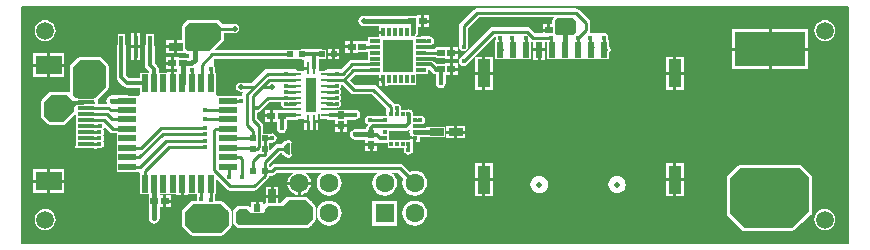
<source format=gtl>
G04*
G04 #@! TF.GenerationSoftware,Altium Limited,Altium Designer,20.0.1 (14)*
G04*
G04 Layer_Physical_Order=1*
G04 Layer_Color=255*
%FSLAX24Y24*%
%MOIN*%
G70*
G01*
G75*
%ADD15C,0.0060*%
%ADD16R,0.0187X0.0197*%
%ADD17R,0.0118X0.0177*%
%ADD18R,0.0177X0.0118*%
%ADD19R,0.0236X0.0591*%
%ADD20R,0.0591X0.0236*%
%ADD21R,0.0453X0.0256*%
%ADD22R,0.2362X0.1181*%
%ADD23R,0.0256X0.0244*%
%ADD24R,0.0433X0.0945*%
%ADD25R,0.0244X0.0551*%
%ADD26R,0.0244X0.0256*%
%ADD27R,0.0114X0.0394*%
%ADD28R,0.0394X0.0114*%
%ADD29R,0.0354X0.1142*%
%ADD30R,0.0157X0.0748*%
%ADD31R,0.0551X0.0118*%
%ADD32R,0.0866X0.0630*%
%ADD33R,0.0256X0.0453*%
%ADD34R,0.0335X0.0413*%
%ADD35R,0.0138X0.0315*%
%ADD36R,0.0335X0.0138*%
%ADD37R,0.1024X0.1063*%
%ADD67C,0.0197*%
%ADD68C,0.0079*%
%ADD69C,0.0200*%
%ADD70C,0.0100*%
%ADD71C,0.0080*%
%ADD72C,0.0120*%
%ADD73C,0.0150*%
%ADD74C,0.0630*%
%ADD75R,0.0630X0.0630*%
%ADD76C,0.0187*%
%ADD77C,0.0160*%
%ADD78C,0.0591*%
G36*
X27559Y0D02*
X0D01*
Y7873D01*
X27560Y7873D01*
X27559Y0D01*
D02*
G37*
%LPC*%
G36*
X13323Y7602D02*
X13165D01*
Y7572D01*
X13059D01*
X13027Y7578D01*
X11400D01*
X11332Y7565D01*
X11274Y7526D01*
X11235Y7468D01*
X11222Y7400D01*
X11235Y7332D01*
X11274Y7274D01*
X11332Y7235D01*
X11400Y7222D01*
X11909D01*
Y7087D01*
X12058D01*
Y6987D01*
X11909D01*
Y6861D01*
X11555D01*
Y6701D01*
X11524D01*
Y6722D01*
X11208D01*
Y6752D01*
X11050D01*
Y6550D01*
Y6348D01*
X11208D01*
Y6378D01*
X11524D01*
Y6395D01*
X11555D01*
Y6230D01*
Y6108D01*
X11005D01*
X10946Y6096D01*
X10897Y6063D01*
X10637Y5803D01*
X10495D01*
X10475Y5799D01*
X10189D01*
X10130Y5787D01*
X10080Y5754D01*
X10073Y5747D01*
X10073Y5746D01*
X9881D01*
X9899Y5773D01*
X9912Y5836D01*
Y6137D01*
X9998D01*
X10061Y6149D01*
X10064Y6152D01*
X10142D01*
Y6227D01*
X10149Y6238D01*
X10161Y6300D01*
X10149Y6362D01*
X10142Y6373D01*
Y6448D01*
X10064D01*
X10061Y6451D01*
X9998Y6463D01*
X9352D01*
X9289Y6451D01*
X9286Y6448D01*
X8971D01*
X8948Y6453D01*
X6447D01*
X6622Y6628D01*
X6722Y6728D01*
Y6728D01*
X6722D01*
X6729Y6739D01*
X6744Y6761D01*
X6752Y6800D01*
Y6800D01*
D01*
X6752Y6997D01*
X7100D01*
X7159Y7009D01*
X7208Y7042D01*
X7241Y7091D01*
X7253Y7150D01*
X7241Y7209D01*
X7208Y7258D01*
X7159Y7291D01*
X7100Y7303D01*
X6691D01*
X6572Y7422D01*
X6572Y7422D01*
X6552Y7435D01*
X6539Y7444D01*
X6500Y7452D01*
X6500D01*
D01*
X5600D01*
X5561Y7444D01*
X5528Y7422D01*
X5378Y7272D01*
X5356Y7239D01*
X5348Y7200D01*
Y6758D01*
X5185D01*
Y6550D01*
Y6342D01*
X5441D01*
Y6364D01*
X5478Y6328D01*
X5511Y6306D01*
X5550Y6298D01*
X5587D01*
Y6189D01*
X5568Y6171D01*
X5551D01*
Y6172D01*
X5235D01*
Y6202D01*
X5077D01*
Y6000D01*
Y5798D01*
X5187D01*
Y5699D01*
X5093D01*
Y5323D01*
X4993D01*
Y5699D01*
X4844D01*
Y5669D01*
X4563D01*
Y5800D01*
X4551Y5862D01*
X4515Y5915D01*
X4436Y5995D01*
Y6550D01*
X4423Y6612D01*
X4401Y6645D01*
Y6974D01*
X4144D01*
Y6645D01*
X4122Y6612D01*
X4109Y6550D01*
Y5928D01*
X4122Y5865D01*
X4157Y5812D01*
X4237Y5732D01*
Y5669D01*
X3930D01*
Y5513D01*
X3568D01*
X3491Y5590D01*
Y6550D01*
X3478Y6612D01*
X3456Y6645D01*
Y6974D01*
X3199D01*
Y6645D01*
X3177Y6612D01*
X3164Y6550D01*
Y5522D01*
X3177Y5460D01*
X3212Y5407D01*
X3385Y5235D01*
X3438Y5199D01*
X3500Y5187D01*
X3930D01*
Y4978D01*
X3872Y4920D01*
X3579D01*
X3527Y4931D01*
X3002D01*
X2934Y4917D01*
X2876Y4879D01*
X2876Y4879D01*
X2874Y4876D01*
X2835Y4818D01*
X2822Y4750D01*
X2835Y4682D01*
X2860Y4645D01*
X2551D01*
X2552Y4650D01*
X2552Y4700D01*
Y4700D01*
Y4700D01*
X2549Y4716D01*
X2544Y4739D01*
X2544Y4739D01*
Y4739D01*
X2533Y4756D01*
X2522Y4772D01*
X2522D01*
Y4772D01*
X2519Y4775D01*
X2520Y4776D01*
X2872Y5128D01*
X2894Y5161D01*
X2902Y5200D01*
X2902Y5900D01*
X2894Y5939D01*
X2872Y5972D01*
X2672Y6172D01*
X2639Y6194D01*
X2600Y6202D01*
X1950D01*
X1911Y6194D01*
X1878Y6172D01*
X1628Y5922D01*
X1606Y5889D01*
X1598Y5850D01*
Y4996D01*
X1572Y5022D01*
X1539Y5044D01*
X1500Y5052D01*
X1000D01*
X961Y5044D01*
X928Y5022D01*
X678Y4772D01*
X656Y4739D01*
X648Y4700D01*
Y4250D01*
X656Y4211D01*
X678Y4178D01*
X878Y3978D01*
X911Y3956D01*
X950Y3948D01*
X1400D01*
X1439Y3956D01*
X1472Y3978D01*
X1818Y4324D01*
Y4186D01*
Y3989D01*
Y3793D01*
Y3596D01*
Y3399D01*
Y3253D01*
X1788D01*
Y3164D01*
X2113D01*
X2143Y3158D01*
Y3114D01*
X2193D01*
Y2975D01*
X2499D01*
Y3158D01*
X2589D01*
X2648Y3170D01*
X2697Y3203D01*
X2730Y3252D01*
X2742Y3311D01*
X2730Y3370D01*
X2705Y3407D01*
X2733Y3449D01*
X2745Y3508D01*
X2733Y3566D01*
X2708Y3604D01*
X2737Y3646D01*
X2748Y3705D01*
X2737Y3763D01*
X2713Y3799D01*
X2741Y3841D01*
X2750Y3884D01*
X2934Y3699D01*
X2984Y3666D01*
X3043Y3655D01*
X3182D01*
Y3639D01*
Y3324D01*
Y3009D01*
Y2694D01*
Y2380D01*
X3872D01*
X3930Y2322D01*
Y1631D01*
X4241D01*
Y1407D01*
X4248Y1371D01*
Y1112D01*
Y823D01*
X4262Y755D01*
X4301Y697D01*
X4358Y658D01*
X4427Y645D01*
X4495Y658D01*
X4553Y697D01*
X4592Y755D01*
X4605Y823D01*
Y1112D01*
Y1198D01*
X4723D01*
Y1400D01*
Y1602D01*
X4598D01*
Y1631D01*
X5159D01*
Y1602D01*
X5307D01*
Y1977D01*
X5407D01*
Y1602D01*
X5556D01*
Y1631D01*
X5834D01*
Y1463D01*
X5846Y1404D01*
X5848Y1402D01*
X5700D01*
X5661Y1394D01*
X5628Y1372D01*
X5378Y1122D01*
X5356Y1089D01*
X5348Y1050D01*
Y600D01*
X5356Y561D01*
X5378Y528D01*
X5628Y278D01*
X5661Y256D01*
X5700Y248D01*
X6650D01*
X6689Y256D01*
X6722Y278D01*
X6972Y528D01*
X6994Y561D01*
X7002Y600D01*
Y1050D01*
X6994Y1089D01*
X6972Y1122D01*
X6722Y1372D01*
X6689Y1394D01*
X6650Y1402D01*
X6445D01*
X6455Y1452D01*
Y1631D01*
X6470D01*
Y2163D01*
X6842Y1792D01*
X6891Y1759D01*
X6901Y1757D01*
X6950Y1747D01*
X7750D01*
X7809Y1759D01*
X7858Y1792D01*
X8208Y2142D01*
X8241Y2191D01*
X8252Y2247D01*
X8350D01*
X8409Y2259D01*
X8458Y2292D01*
X8513Y2347D01*
X9056D01*
X9051Y2345D01*
X8968Y2282D01*
X8905Y2199D01*
X8865Y2103D01*
X8858Y2050D01*
X9642D01*
X9635Y2103D01*
X9595Y2199D01*
X9532Y2282D01*
X9449Y2345D01*
X9444Y2347D01*
X10021D01*
X9954Y2296D01*
X9888Y2209D01*
X9846Y2108D01*
X9831Y2000D01*
X9846Y1892D01*
X9888Y1791D01*
X9954Y1704D01*
X10041Y1638D01*
X10142Y1596D01*
X10250Y1581D01*
X10358Y1596D01*
X10459Y1638D01*
X10546Y1704D01*
X10612Y1791D01*
X10654Y1892D01*
X10669Y2000D01*
X10654Y2108D01*
X10612Y2209D01*
X10546Y2296D01*
X10479Y2347D01*
X11871D01*
X11804Y2296D01*
X11738Y2209D01*
X11696Y2108D01*
X11681Y2000D01*
X11696Y1892D01*
X11738Y1791D01*
X11804Y1704D01*
X11891Y1638D01*
X11992Y1596D01*
X12100Y1581D01*
X12208Y1596D01*
X12309Y1638D01*
X12396Y1704D01*
X12462Y1791D01*
X12504Y1892D01*
X12519Y2000D01*
X12504Y2108D01*
X12462Y2209D01*
X12396Y2296D01*
X12329Y2347D01*
X12537D01*
X12719Y2165D01*
X12696Y2108D01*
X12681Y2000D01*
X12696Y1892D01*
X12738Y1791D01*
X12804Y1704D01*
X12891Y1638D01*
X12992Y1596D01*
X13100Y1581D01*
X13208Y1596D01*
X13309Y1638D01*
X13396Y1704D01*
X13462Y1791D01*
X13504Y1892D01*
X13519Y2000D01*
X13504Y2108D01*
X13462Y2209D01*
X13396Y2296D01*
X13309Y2362D01*
X13208Y2404D01*
X13100Y2419D01*
X12992Y2404D01*
X12935Y2381D01*
X12708Y2608D01*
X12659Y2641D01*
X12600Y2653D01*
X8450D01*
X8391Y2641D01*
X8342Y2608D01*
X8287Y2553D01*
X8255D01*
Y2638D01*
X8613Y2997D01*
X8678D01*
X8678Y2996D01*
X8692Y2977D01*
X8693Y2976D01*
X8726Y2926D01*
X8775Y2893D01*
X8779Y2892D01*
X8790Y2884D01*
X8816Y2873D01*
X8823Y2869D01*
X8830Y2867D01*
X8837Y2862D01*
X8846Y2860D01*
X8848Y2860D01*
X8865Y2853D01*
X8868Y2852D01*
X8868Y2854D01*
X8869Y2854D01*
X8871Y2854D01*
X8901Y2848D01*
X8908Y2849D01*
X8909Y2849D01*
X8912Y2850D01*
X8952Y2858D01*
X8995Y2887D01*
X9023Y2930D01*
X9028Y2955D01*
X9023Y2953D01*
X9003Y2960D01*
X8991Y2981D01*
Y3320D01*
X9021Y3349D01*
X9028Y3347D01*
X9023Y3370D01*
X8995Y3413D01*
X8952Y3442D01*
X8901Y3452D01*
X8868Y3446D01*
X8868Y3448D01*
X8865Y3447D01*
X8790Y3416D01*
X8727Y3368D01*
X8678Y3304D01*
X8678Y3303D01*
X8550D01*
X8491Y3291D01*
X8442Y3258D01*
X8255Y3071D01*
Y3150D01*
Y3347D01*
X8342D01*
X8401Y3359D01*
X8450Y3392D01*
X8454Y3396D01*
X8487Y3445D01*
X8499Y3504D01*
X8487Y3562D01*
X8454Y3612D01*
X8405Y3645D01*
X8346Y3657D01*
X8327Y3653D01*
X8102D01*
X8079Y3648D01*
X8053D01*
Y3900D01*
X8041Y3959D01*
X8008Y4008D01*
X7853Y4163D01*
Y4348D01*
X7909Y4359D01*
X7958Y4392D01*
X8263Y4697D01*
X8656D01*
X8647Y4650D01*
X8659Y4591D01*
X8692Y4542D01*
X8741Y4509D01*
X8800Y4497D01*
X8812Y4499D01*
X8842D01*
Y4424D01*
X8767D01*
X8762Y4427D01*
X8700Y4440D01*
X8638Y4427D01*
X8629Y4422D01*
X8535D01*
Y4452D01*
X8377D01*
Y4250D01*
Y4048D01*
X8510D01*
Y3823D01*
X8523Y3761D01*
X8558Y3708D01*
X8611Y3673D01*
X8673Y3660D01*
X8736Y3673D01*
X8789Y3708D01*
X8824Y3761D01*
X8836Y3823D01*
Y4078D01*
X8851D01*
Y4098D01*
X9118D01*
X9181Y4110D01*
X9234Y4146D01*
X9239Y4154D01*
X9365D01*
Y4321D01*
X9414D01*
Y4114D01*
X9552D01*
Y4064D01*
X9602D01*
Y3787D01*
X9698D01*
Y4064D01*
X9748D01*
Y4114D01*
X9886D01*
Y4321D01*
X9935D01*
Y4154D01*
X10168D01*
X10172Y4148D01*
X10225Y4113D01*
X10288Y4100D01*
X10448D01*
Y3977D01*
X10650D01*
X10852D01*
Y4110D01*
X11123D01*
X11186Y4123D01*
X11239Y4158D01*
X11274Y4211D01*
X11286Y4273D01*
X11274Y4336D01*
X11239Y4389D01*
X11186Y4424D01*
X11123Y4436D01*
X10822D01*
Y4451D01*
X10478D01*
Y4426D01*
X10458D01*
Y4499D01*
X10488D01*
X10500Y4497D01*
X10559Y4509D01*
X10608Y4542D01*
X10641Y4591D01*
X10653Y4650D01*
X10641Y4709D01*
X10614Y4750D01*
X10641Y4791D01*
X10653Y4850D01*
X10641Y4909D01*
X10614Y4950D01*
X10641Y4991D01*
X10653Y5050D01*
X10641Y5109D01*
X10614Y5150D01*
X10641Y5191D01*
X10653Y5250D01*
X10645Y5289D01*
X10679D01*
X10955Y5013D01*
X11005Y4980D01*
X11063Y4968D01*
X11666D01*
X12152Y4482D01*
Y4302D01*
X12163Y4243D01*
X12177Y4223D01*
X12157Y4237D01*
X12098Y4248D01*
X11624D01*
X11600Y4253D01*
X11541Y4241D01*
X11492Y4208D01*
X11459Y4159D01*
X11447Y4100D01*
X11459Y4041D01*
X11492Y3992D01*
X11497Y3987D01*
X11545Y3955D01*
X11535Y3945D01*
X11499Y3892D01*
X11487Y3830D01*
Y3802D01*
X11127D01*
X11058Y3788D01*
X11001Y3749D01*
X10962Y3692D01*
X10948Y3623D01*
X10962Y3555D01*
X11001Y3497D01*
X11058Y3458D01*
X11127Y3445D01*
X11448D01*
Y3327D01*
X11650D01*
X11852D01*
Y3373D01*
X11888Y3349D01*
X11950Y3337D01*
X12049D01*
X12068Y3341D01*
X12097D01*
X12160Y3353D01*
X12196Y3377D01*
Y3159D01*
X12742D01*
Y3105D01*
X12754Y3046D01*
X12787Y2997D01*
X12837Y2963D01*
X12895Y2952D01*
X12954Y2963D01*
X13003Y2997D01*
X13037Y3046D01*
X13048Y3105D01*
Y3298D01*
X13037Y3357D01*
X13030Y3366D01*
X13052D01*
Y3455D01*
X12933D01*
Y3443D01*
X12895Y3451D01*
X12837Y3439D01*
X12833Y3437D01*
X12245D01*
X12249Y3442D01*
X12261Y3505D01*
X12249Y3567D01*
X12237Y3585D01*
Y3593D01*
Y3735D01*
X12798D01*
X12861Y3748D01*
X12914Y3783D01*
X12933Y3803D01*
Y3759D01*
X12936D01*
X12924Y3701D01*
X12936Y3644D01*
X12933D01*
Y3555D01*
X13006D01*
X13034Y3536D01*
X13102Y3523D01*
Y3505D01*
X13152D01*
Y3366D01*
X13271D01*
Y3522D01*
X13559D01*
Y3522D01*
X14111D01*
Y3878D01*
X13841D01*
X13834Y3879D01*
X13271D01*
Y3942D01*
X13295D01*
X13354Y3954D01*
X13403Y3987D01*
X13437Y4037D01*
X13448Y4095D01*
X13437Y4154D01*
X13403Y4203D01*
X13354Y4237D01*
X13295Y4248D01*
X13102D01*
X13059Y4240D01*
Y4301D01*
X13047Y4363D01*
X13012Y4416D01*
X13011Y4417D01*
X13004Y4422D01*
Y4441D01*
X12976D01*
X12958Y4453D01*
X12895Y4465D01*
X12833Y4453D01*
X12815Y4441D01*
X12655D01*
Y4498D01*
X12643Y4557D01*
X12610Y4607D01*
X12560Y4640D01*
X12502Y4651D01*
X12443Y4640D01*
X12429Y4630D01*
X12413Y4653D01*
X11837Y5229D01*
X11787Y5262D01*
X11729Y5274D01*
X11127D01*
X10958Y5442D01*
X11121Y5605D01*
X11772D01*
X11831Y5617D01*
X11864Y5639D01*
X11909D01*
Y5513D01*
X12058D01*
Y5463D01*
X12108D01*
Y5225D01*
X12207D01*
Y5255D01*
X13161D01*
Y5639D01*
X13545D01*
Y5792D01*
X13578D01*
X13635Y5735D01*
X13635Y5732D01*
X13674Y5674D01*
X13732Y5635D01*
X13800Y5622D01*
X13814D01*
Y5327D01*
X13826Y5264D01*
X13861Y5211D01*
X13914Y5176D01*
X13977Y5164D01*
X14039Y5176D01*
X14092Y5211D01*
X14127Y5264D01*
X14140Y5327D01*
Y5598D01*
X14273D01*
Y5800D01*
Y6002D01*
X14115D01*
Y5972D01*
X14009D01*
X13977Y5978D01*
X13852D01*
X13761Y6070D01*
X13708Y6105D01*
X13645Y6118D01*
X13575D01*
Y6196D01*
X13799D01*
Y6178D01*
X14115D01*
Y6148D01*
X14273D01*
Y6350D01*
Y6552D01*
X14115D01*
Y6522D01*
X13799D01*
Y6502D01*
X13575D01*
Y6589D01*
X13592D01*
X13651Y6601D01*
X13700Y6634D01*
X13733Y6684D01*
X13745Y6742D01*
X13733Y6801D01*
X13700Y6850D01*
X13651Y6883D01*
X13592Y6895D01*
X13328D01*
X13269Y6883D01*
X13236Y6861D01*
X13161D01*
Y6906D01*
X13168Y6911D01*
X13207Y6969D01*
X13221Y7037D01*
Y7198D01*
X13323D01*
Y7400D01*
Y7602D01*
D02*
G37*
G36*
X13581D02*
X13423D01*
Y7450D01*
X13581D01*
Y7602D01*
D02*
G37*
G36*
Y7350D02*
X13423D01*
Y7198D01*
X13581D01*
Y7350D01*
D02*
G37*
G36*
X17527Y7302D02*
X17369D01*
Y7150D01*
X17527D01*
Y7302D01*
D02*
G37*
G36*
X18470Y7833D02*
X15180D01*
X15121Y7821D01*
X15072Y7788D01*
X14622Y7338D01*
X14589Y7289D01*
X14577Y7230D01*
Y6550D01*
X14589Y6491D01*
X14622Y6442D01*
X14671Y6409D01*
X14730Y6397D01*
X14789Y6409D01*
X14838Y6442D01*
X14871Y6491D01*
X14883Y6550D01*
Y7167D01*
X15243Y7527D01*
X17753D01*
X17705Y7479D01*
Y7479D01*
X17705D01*
X17697Y7468D01*
X17683Y7446D01*
X17675Y7407D01*
D01*
Y7407D01*
X17675Y7302D01*
X17627D01*
Y7100D01*
X17577D01*
Y7050D01*
X17369D01*
Y7003D01*
X17113D01*
X16958Y7158D01*
X16909Y7191D01*
X16850Y7203D01*
X15720D01*
X15671Y7193D01*
X15661Y7191D01*
X15612Y7158D01*
X14622Y6168D01*
X14589Y6119D01*
X14577Y6060D01*
X14589Y6001D01*
X14622Y5952D01*
X14671Y5919D01*
X14730Y5907D01*
X14789Y5919D01*
X14838Y5952D01*
X15783Y6897D01*
X15796D01*
Y6776D01*
X15780D01*
Y6124D01*
X16990D01*
Y6710D01*
X16991Y6709D01*
X17049Y6697D01*
Y6500D01*
X17251D01*
X17453D01*
Y6697D01*
X17501D01*
Y6480D01*
X17510Y6434D01*
Y6126D01*
X17512Y6124D01*
X19588D01*
Y6340D01*
X19590Y6342D01*
X19624Y6391D01*
X19635Y6450D01*
X19624Y6509D01*
X19590Y6558D01*
X19588Y6560D01*
Y6776D01*
X19553D01*
Y6850D01*
X19551Y6861D01*
Y6912D01*
X19539D01*
X19508Y6958D01*
X19459Y6991D01*
X19413Y7000D01*
X19400Y7013D01*
X19394Y7007D01*
X18918D01*
X18941Y7041D01*
X18943Y7051D01*
X18953Y7100D01*
Y7350D01*
X18943Y7399D01*
X18941Y7409D01*
X18908Y7458D01*
X18578Y7788D01*
X18529Y7821D01*
X18470Y7833D01*
D02*
G37*
G36*
X26772Y7435D02*
X26682Y7423D01*
X26598Y7388D01*
X26525Y7333D01*
X26470Y7261D01*
X26435Y7177D01*
X26423Y7087D01*
X26435Y6996D01*
X26470Y6912D01*
X26525Y6840D01*
X26598Y6785D01*
X26682Y6750D01*
X26772Y6738D01*
X26862Y6750D01*
X26946Y6785D01*
X27018Y6840D01*
X27073Y6912D01*
X27108Y6996D01*
X27120Y7087D01*
X27108Y7177D01*
X27073Y7261D01*
X27018Y7333D01*
X26946Y7388D01*
X26862Y7423D01*
X26772Y7435D01*
D02*
G37*
G36*
X787D02*
X697Y7423D01*
X613Y7388D01*
X541Y7333D01*
X486Y7261D01*
X451Y7177D01*
X439Y7087D01*
X451Y6996D01*
X486Y6912D01*
X541Y6840D01*
X613Y6785D01*
X697Y6750D01*
X787Y6738D01*
X878Y6750D01*
X962Y6785D01*
X1034Y6840D01*
X1089Y6912D01*
X1124Y6996D01*
X1136Y7087D01*
X1124Y7177D01*
X1089Y7261D01*
X1034Y7333D01*
X962Y7388D01*
X878Y7423D01*
X787Y7435D01*
D02*
G37*
G36*
X3959Y7004D02*
X3850D01*
Y6600D01*
X3959D01*
Y7004D01*
D02*
G37*
G36*
X10950Y6752D02*
X10792D01*
Y6600D01*
X10950D01*
Y6752D01*
D02*
G37*
G36*
X3750Y7004D02*
X3641D01*
Y6600D01*
X3750D01*
Y7004D01*
D02*
G37*
G36*
X5085Y6758D02*
X4829D01*
Y6600D01*
X5085D01*
Y6758D01*
D02*
G37*
G36*
X26211Y7133D02*
X25000D01*
Y6512D01*
X26211D01*
Y7133D01*
D02*
G37*
G36*
X24900D02*
X23689D01*
Y6512D01*
X24900D01*
Y7133D01*
D02*
G37*
G36*
X14531Y6552D02*
X14373D01*
Y6400D01*
X14531D01*
Y6552D01*
D02*
G37*
G36*
X10575Y6478D02*
X10452D01*
Y6350D01*
X10575D01*
Y6478D01*
D02*
G37*
G36*
X10352D02*
X10228D01*
Y6350D01*
X10352D01*
Y6478D01*
D02*
G37*
G36*
X10950Y6500D02*
X10792D01*
Y6348D01*
X10950D01*
Y6500D01*
D02*
G37*
G36*
X5085D02*
X4829D01*
Y6342D01*
X5085D01*
Y6500D01*
D02*
G37*
G36*
X14531Y6300D02*
X14373D01*
Y6148D01*
X14531D01*
Y6300D01*
D02*
G37*
G36*
X10575Y6250D02*
X10452D01*
Y6122D01*
X10575D01*
Y6250D01*
D02*
G37*
G36*
X10352D02*
X10228D01*
Y6122D01*
X10352D01*
Y6250D01*
D02*
G37*
G36*
X3959Y6500D02*
X3850D01*
Y6096D01*
X3959D01*
Y6500D01*
D02*
G37*
G36*
X3750D02*
X3641D01*
Y6096D01*
X3750D01*
Y6500D01*
D02*
G37*
G36*
X17453Y6400D02*
X17301D01*
Y6094D01*
X17453D01*
Y6400D01*
D02*
G37*
G36*
X17201D02*
X17049D01*
Y6094D01*
X17201D01*
Y6400D01*
D02*
G37*
G36*
X4977Y6202D02*
X4819D01*
Y6050D01*
X4977D01*
Y6202D01*
D02*
G37*
G36*
X1416Y6324D02*
X953D01*
Y5979D01*
X1416D01*
Y6324D01*
D02*
G37*
G36*
X853D02*
X390D01*
Y5979D01*
X853D01*
Y6324D01*
D02*
G37*
G36*
X14531Y6002D02*
X14373D01*
Y5850D01*
X14531D01*
Y6002D01*
D02*
G37*
G36*
X4977Y5950D02*
X4819D01*
Y5798D01*
X4977D01*
Y5950D01*
D02*
G37*
G36*
X26211Y6412D02*
X25000D01*
Y5792D01*
X26211D01*
Y6412D01*
D02*
G37*
G36*
X24900D02*
X23689D01*
Y5792D01*
X24900D01*
Y6412D01*
D02*
G37*
G36*
X22063Y6215D02*
X21817D01*
Y5713D01*
X22063D01*
Y6215D01*
D02*
G37*
G36*
X15705D02*
X15458D01*
Y5713D01*
X15705D01*
Y6215D01*
D02*
G37*
G36*
X21717D02*
X21470D01*
Y5713D01*
X21717D01*
Y6215D01*
D02*
G37*
G36*
X15358D02*
X15112D01*
Y5713D01*
X15358D01*
Y6215D01*
D02*
G37*
G36*
X14531Y5750D02*
X14373D01*
Y5598D01*
X14531D01*
Y5750D01*
D02*
G37*
G36*
X1416Y5879D02*
X953D01*
Y5534D01*
X1416D01*
Y5879D01*
D02*
G37*
G36*
X853D02*
X390D01*
Y5534D01*
X853D01*
Y5879D01*
D02*
G37*
G36*
X12008Y5413D02*
X11909D01*
Y5225D01*
X12008D01*
Y5413D01*
D02*
G37*
G36*
X22063Y5613D02*
X21817D01*
Y5110D01*
X22063D01*
Y5613D01*
D02*
G37*
G36*
X21717D02*
X21470D01*
Y5110D01*
X21717D01*
Y5613D01*
D02*
G37*
G36*
X15705D02*
X15458D01*
Y5110D01*
X15705D01*
Y5613D01*
D02*
G37*
G36*
X15358D02*
X15112D01*
Y5110D01*
X15358D01*
Y5613D01*
D02*
G37*
G36*
X8277Y4452D02*
X8119D01*
Y4300D01*
X8277D01*
Y4452D01*
D02*
G37*
G36*
Y4200D02*
X8119D01*
Y4048D01*
X8277D01*
Y4200D01*
D02*
G37*
G36*
X9886Y4014D02*
X9798D01*
Y3787D01*
X9886D01*
Y4014D01*
D02*
G37*
G36*
X9502Y4014D02*
X9414D01*
Y3787D01*
X9502D01*
Y4014D01*
D02*
G37*
G36*
X14771Y3908D02*
X14515D01*
Y3750D01*
X14771D01*
Y3908D01*
D02*
G37*
G36*
X14415D02*
X14159D01*
Y3750D01*
X14415D01*
Y3908D01*
D02*
G37*
G36*
X10852Y3877D02*
X10700D01*
Y3719D01*
X10852D01*
Y3877D01*
D02*
G37*
G36*
X10600D02*
X10448D01*
Y3719D01*
X10600D01*
Y3877D01*
D02*
G37*
G36*
X14771Y3650D02*
X14515D01*
Y3492D01*
X14771D01*
Y3650D01*
D02*
G37*
G36*
X14415D02*
X14159D01*
Y3492D01*
X14415D01*
Y3650D01*
D02*
G37*
G36*
X9154Y3247D02*
X9166Y3226D01*
X9174Y3200D01*
X9194D01*
X9170Y3236D01*
X9154Y3247D01*
D02*
G37*
G36*
X11852Y3227D02*
X11700D01*
Y3069D01*
X11852D01*
Y3227D01*
D02*
G37*
G36*
X11600D02*
X11448D01*
Y3069D01*
X11600D01*
Y3227D01*
D02*
G37*
G36*
X9194Y3100D02*
X9174D01*
X9165Y3074D01*
X9151Y3051D01*
X9170Y3064D01*
X9194Y3100D01*
D02*
G37*
G36*
X2093Y3064D02*
X1788D01*
Y2975D01*
X2093D01*
Y3064D01*
D02*
G37*
G36*
X22063Y2672D02*
X21817D01*
Y2169D01*
X22063D01*
Y2672D01*
D02*
G37*
G36*
X15705D02*
X15458D01*
Y2169D01*
X15705D01*
Y2672D01*
D02*
G37*
G36*
X21717D02*
X21470D01*
Y2169D01*
X21717D01*
Y2672D01*
D02*
G37*
G36*
X15358D02*
X15112D01*
Y2169D01*
X15358D01*
Y2672D01*
D02*
G37*
G36*
X1416Y2466D02*
X953D01*
Y2121D01*
X1416D01*
Y2466D01*
D02*
G37*
G36*
X853D02*
X390D01*
Y2121D01*
X853D01*
Y2466D01*
D02*
G37*
G36*
X1416Y2021D02*
X953D01*
Y1676D01*
X1416D01*
Y2021D01*
D02*
G37*
G36*
X853D02*
X390D01*
Y1676D01*
X853D01*
Y2021D01*
D02*
G37*
G36*
X19849Y2243D02*
X19774Y2234D01*
X19704Y2205D01*
X19645Y2159D01*
X19599Y2099D01*
X19570Y2029D01*
X19560Y1954D01*
X19570Y1879D01*
X19599Y1809D01*
X19645Y1749D01*
X19704Y1703D01*
X19774Y1674D01*
X19849Y1664D01*
X19924Y1674D01*
X19994Y1703D01*
X20054Y1749D01*
X20100Y1809D01*
X20129Y1879D01*
X20139Y1954D01*
X20129Y2029D01*
X20100Y2099D01*
X20054Y2159D01*
X19994Y2205D01*
X19924Y2234D01*
X19849Y2243D01*
D02*
G37*
G36*
X17251D02*
X17176Y2234D01*
X17106Y2205D01*
X17046Y2159D01*
X17000Y2099D01*
X16971Y2029D01*
X16961Y1954D01*
X16971Y1879D01*
X17000Y1809D01*
X17046Y1749D01*
X17106Y1703D01*
X17176Y1674D01*
X17251Y1664D01*
X17326Y1674D01*
X17396Y1703D01*
X17455Y1749D01*
X17501Y1809D01*
X17530Y1879D01*
X17540Y1954D01*
X17530Y2029D01*
X17501Y2099D01*
X17455Y2159D01*
X17396Y2205D01*
X17326Y2234D01*
X17251Y2243D01*
D02*
G37*
G36*
X8558Y1871D02*
X8400D01*
Y1615D01*
X8558D01*
Y1871D01*
D02*
G37*
G36*
X8300D02*
X8142D01*
Y1615D01*
X8300D01*
Y1871D01*
D02*
G37*
G36*
X9642Y1950D02*
X9300D01*
Y1608D01*
X9353Y1615D01*
X9449Y1655D01*
X9532Y1718D01*
X9595Y1801D01*
X9635Y1897D01*
X9642Y1950D01*
D02*
G37*
G36*
X9200D02*
X8858D01*
X8865Y1897D01*
X8905Y1801D01*
X8968Y1718D01*
X9051Y1655D01*
X9147Y1615D01*
X9200Y1608D01*
Y1950D01*
D02*
G37*
G36*
X22063Y2069D02*
X21817D01*
Y1567D01*
X22063D01*
Y2069D01*
D02*
G37*
G36*
X21717D02*
X21470D01*
Y1567D01*
X21717D01*
Y2069D01*
D02*
G37*
G36*
X15705D02*
X15458D01*
Y1567D01*
X15705D01*
Y2069D01*
D02*
G37*
G36*
X15358D02*
X15112D01*
Y1567D01*
X15358D01*
Y2069D01*
D02*
G37*
G36*
X4981Y1602D02*
X4823D01*
Y1450D01*
X4981D01*
Y1602D01*
D02*
G37*
G36*
X8350Y1565D02*
D01*
Y1515D01*
X8142D01*
Y1332D01*
X8128Y1322D01*
X8052Y1246D01*
Y1381D01*
X7900D01*
Y1173D01*
X7800D01*
Y1381D01*
X7648D01*
Y1146D01*
X7572Y1222D01*
X7539Y1244D01*
X7500Y1252D01*
X7250D01*
X7211Y1244D01*
X7178Y1222D01*
X7078Y1122D01*
X7056Y1089D01*
X7048Y1050D01*
Y700D01*
X7056Y661D01*
X7078Y628D01*
X7178Y528D01*
X7211Y506D01*
X7250Y498D01*
X9500D01*
X9539Y506D01*
X9572Y528D01*
X9629Y585D01*
X9665D01*
Y621D01*
X9772Y728D01*
X9794Y761D01*
X9802Y800D01*
Y1200D01*
X9794Y1239D01*
X9772Y1272D01*
X9665Y1379D01*
Y1415D01*
X9629D01*
X9522Y1522D01*
X9489Y1544D01*
X9450Y1552D01*
X8900D01*
X8861Y1544D01*
X8828Y1522D01*
X8658Y1352D01*
X8558D01*
Y1515D01*
X8350D01*
Y1565D01*
D02*
G37*
G36*
X4981Y1350D02*
X4823D01*
Y1198D01*
X4981D01*
Y1350D01*
D02*
G37*
G36*
X12515Y1415D02*
X11685D01*
Y585D01*
X12515D01*
Y1415D01*
D02*
G37*
G36*
X13100Y1419D02*
X12992Y1404D01*
X12891Y1362D01*
X12804Y1296D01*
X12738Y1209D01*
X12696Y1108D01*
X12681Y1000D01*
X12696Y892D01*
X12738Y791D01*
X12804Y704D01*
X12891Y638D01*
X12992Y596D01*
X13100Y581D01*
X13208Y596D01*
X13309Y638D01*
X13396Y704D01*
X13462Y791D01*
X13504Y892D01*
X13519Y1000D01*
X13504Y1108D01*
X13462Y1209D01*
X13396Y1296D01*
X13309Y1362D01*
X13208Y1404D01*
X13100Y1419D01*
D02*
G37*
G36*
X10250D02*
X10142Y1404D01*
X10041Y1362D01*
X9954Y1296D01*
X9888Y1209D01*
X9846Y1108D01*
X9831Y1000D01*
X9846Y892D01*
X9888Y791D01*
X9954Y704D01*
X10041Y638D01*
X10142Y596D01*
X10250Y581D01*
X10358Y596D01*
X10459Y638D01*
X10546Y704D01*
X10612Y791D01*
X10654Y892D01*
X10669Y1000D01*
X10654Y1108D01*
X10612Y1209D01*
X10546Y1296D01*
X10459Y1362D01*
X10358Y1404D01*
X10250Y1419D01*
D02*
G37*
G36*
X26772Y1136D02*
X26682Y1124D01*
X26598Y1089D01*
X26525Y1034D01*
X26470Y962D01*
X26435Y878D01*
X26423Y787D01*
X26435Y697D01*
X26470Y613D01*
X26525Y541D01*
X26598Y486D01*
X26682Y451D01*
X26772Y439D01*
X26862Y451D01*
X26946Y486D01*
X27018Y541D01*
X27073Y613D01*
X27108Y697D01*
X27120Y787D01*
X27108Y878D01*
X27073Y962D01*
X27018Y1034D01*
X26946Y1089D01*
X26862Y1124D01*
X26772Y1136D01*
D02*
G37*
G36*
X787D02*
X697Y1124D01*
X613Y1089D01*
X541Y1034D01*
X486Y962D01*
X451Y878D01*
X439Y787D01*
X451Y697D01*
X486Y613D01*
X541Y541D01*
X613Y486D01*
X697Y451D01*
X787Y439D01*
X878Y451D01*
X962Y486D01*
X1034Y541D01*
X1089Y613D01*
X1124Y697D01*
X1136Y787D01*
X1124Y878D01*
X1089Y962D01*
X1034Y1034D01*
X962Y1089D01*
X878Y1124D01*
X787Y1136D01*
D02*
G37*
G36*
X23950Y2602D02*
X23911Y2594D01*
X23878Y2572D01*
X23528Y2222D01*
X23506Y2189D01*
X23498Y2150D01*
X23498Y1016D01*
X23506Y977D01*
X23528Y944D01*
X24028Y444D01*
X24061Y421D01*
X24100Y414D01*
X25671Y414D01*
X25688Y417D01*
X25704Y419D01*
X25707Y421D01*
X25710Y421D01*
X25724Y431D01*
X25739Y439D01*
X26317Y945D01*
X26319Y948D01*
X26322Y950D01*
X26331Y964D01*
X26341Y977D01*
X26342Y980D01*
X26344Y983D01*
X26347Y999D01*
X26352Y1015D01*
X26351Y1019D01*
X26352Y1022D01*
X26352Y2200D01*
Y2200D01*
Y2200D01*
X26344Y2239D01*
X26326Y2266D01*
X26322Y2272D01*
X26322D01*
Y2272D01*
X26022Y2572D01*
X26006Y2583D01*
X25989Y2594D01*
X25989D01*
X25989Y2594D01*
X25966Y2599D01*
X25950Y2602D01*
X23950Y2602D01*
D02*
G37*
%LPD*%
G36*
X6650Y7200D02*
X6650Y6800D01*
X6550Y6700D01*
X6250Y6400D01*
X5550D01*
X5450Y6500D01*
Y7200D01*
X5600Y7350D01*
X6500D01*
X6650Y7200D01*
D02*
G37*
G36*
X9289Y6149D02*
X9352Y6137D01*
X9376Y6113D01*
X9414D01*
Y5886D01*
X9552D01*
Y5786D01*
X9414D01*
Y5746D01*
X9227D01*
X9227Y5747D01*
X9220Y5754D01*
X9170Y5787D01*
X9111Y5799D01*
X8825D01*
X8805Y5803D01*
X8200D01*
X8151Y5793D01*
X8141Y5791D01*
X8092Y5758D01*
X7687Y5353D01*
X7300D01*
X7241Y5341D01*
X7192Y5308D01*
X7159Y5259D01*
X7147Y5200D01*
X7159Y5141D01*
X7192Y5092D01*
X7241Y5059D01*
X7300Y5047D01*
X7384D01*
X7359Y5009D01*
X7347Y4950D01*
Y4895D01*
X7298Y4905D01*
X7218D01*
Y4920D01*
X6528D01*
Y4920D01*
X6528Y4920D01*
X6528D01*
X6470Y4978D01*
Y5669D01*
X6455D01*
Y5798D01*
X6444Y5856D01*
X6413Y5902D01*
Y6147D01*
X8948D01*
X8971Y6152D01*
X9286D01*
X9289Y6149D01*
D02*
G37*
G36*
X2800Y5900D02*
X2800Y5200D01*
X2448Y4848D01*
X1802D01*
X1700Y4950D01*
Y5850D01*
X1950Y6100D01*
X2600D01*
X2800Y5900D01*
D02*
G37*
G36*
X1700Y4750D02*
X1782D01*
X1802Y4746D01*
X2404D01*
X2450Y4700D01*
X2450Y4650D01*
X2445Y4645D01*
X2143D01*
X2085Y4633D01*
X2037Y4601D01*
X1818D01*
Y4600D01*
X1800D01*
X1750Y4550D01*
Y4400D01*
X1400Y4050D01*
X950D01*
X750Y4250D01*
Y4700D01*
X1000Y4950D01*
X1500D01*
X1700Y4750D01*
D02*
G37*
G36*
X8919Y3340D02*
X8931Y3319D01*
Y2980D01*
X8901Y2951D01*
X8854Y2966D01*
X8829Y2983D01*
X8800Y3012D01*
X8779Y3035D01*
X8756Y3074D01*
X8745Y3111D01*
X8747Y3198D01*
X8757Y3226D01*
X8790Y3280D01*
X8823Y3312D01*
X8859Y3335D01*
X8899Y3347D01*
X8919Y3340D01*
D02*
G37*
G36*
X6900Y1050D02*
Y600D01*
X6650Y350D01*
X5700D01*
X5450Y600D01*
Y1050D01*
X5700Y1300D01*
X6650D01*
X6900Y1050D01*
D02*
G37*
G36*
X18477Y7393D02*
Y7050D01*
X18377Y6950D01*
X17827D01*
X17777Y7000D01*
X17777Y7407D01*
X17860Y7490D01*
X18380D01*
X18477Y7393D01*
D02*
G37*
G36*
X9700Y1200D02*
Y800D01*
X9500Y600D01*
X7250D01*
X7150Y700D01*
Y1050D01*
X7250Y1150D01*
X7500D01*
X7650Y1000D01*
X7678D01*
Y995D01*
X8022D01*
Y1000D01*
X8050D01*
X8100Y1050D01*
Y1150D01*
X8200Y1250D01*
X8700D01*
X8900Y1450D01*
X9450D01*
X9700Y1200D01*
D02*
G37*
G36*
X25950Y2500D02*
X26250Y2200D01*
X26250Y1022D01*
X25671Y516D01*
X24100Y516D01*
X23600Y1016D01*
X23600Y2150D01*
X23950Y2500D01*
X25950Y2500D01*
D02*
G37*
D15*
X9150Y3181D02*
G03*
X9021Y3320I-172J-31D01*
G01*
X9150Y3119D02*
G03*
X9150Y3181I-172J31D01*
G01*
X9021Y2980D02*
G03*
X9150Y3119I-44J170D01*
G01*
X8901Y3320D02*
G03*
X8769Y3150I44J-170D01*
G01*
D02*
G03*
X8809Y3039I175J0D01*
G01*
X8888Y2984D02*
G03*
X8901Y2980I56J166D01*
G01*
X8809Y3039D02*
G03*
X8888Y2984I136J111D01*
G01*
X27559Y0D02*
Y7874D01*
X0Y0D02*
Y7874D01*
Y0D02*
X27559D01*
X0Y7874D02*
X27559D01*
D16*
X8948Y6300D02*
D03*
X9352D02*
D03*
X9998D02*
D03*
X10402D02*
D03*
X8102Y2400D02*
D03*
X7698D02*
D03*
X8102Y3150D02*
D03*
X7698D02*
D03*
X8102Y3500D02*
D03*
X7698D02*
D03*
D17*
X12305Y4302D02*
D03*
X12502D02*
D03*
X12698D02*
D03*
X12895D02*
D03*
Y3298D02*
D03*
X12698D02*
D03*
X12502D02*
D03*
X12305D02*
D03*
D18*
X13102Y4095D02*
D03*
Y3898D02*
D03*
Y3702D02*
D03*
Y3505D02*
D03*
X12098D02*
D03*
Y3702D02*
D03*
Y3898D02*
D03*
Y4095D02*
D03*
D19*
X6302Y5323D02*
D03*
X5987D02*
D03*
X5672D02*
D03*
X5357D02*
D03*
X5043D02*
D03*
X4728D02*
D03*
X4413D02*
D03*
X4098D02*
D03*
Y1977D02*
D03*
X4413D02*
D03*
X4728D02*
D03*
X5043D02*
D03*
X5357D02*
D03*
X5672D02*
D03*
X5987D02*
D03*
X6302D02*
D03*
D20*
X3527Y4752D02*
D03*
Y4437D02*
D03*
Y4122D02*
D03*
Y3807D02*
D03*
Y3493D02*
D03*
Y3178D02*
D03*
Y2863D02*
D03*
Y2548D02*
D03*
X6873D02*
D03*
Y2863D02*
D03*
Y3178D02*
D03*
Y3493D02*
D03*
Y3807D02*
D03*
Y4122D02*
D03*
Y4437D02*
D03*
Y4752D02*
D03*
D21*
X14465Y3700D02*
D03*
X13835D02*
D03*
X5135Y6550D02*
D03*
X5765D02*
D03*
D22*
X24950Y1738D02*
D03*
Y6462D02*
D03*
D23*
X17577Y7100D02*
D03*
X17923D02*
D03*
X14323Y5800D02*
D03*
X13977D02*
D03*
X14323Y6350D02*
D03*
X13977D02*
D03*
X13373Y7400D02*
D03*
X13027D02*
D03*
X11000Y6550D02*
D03*
X11346D02*
D03*
X8327Y4250D02*
D03*
X8673D02*
D03*
X5373Y6000D02*
D03*
X5027D02*
D03*
X4427Y1400D02*
D03*
X4773D02*
D03*
D24*
X21767Y5663D02*
D03*
Y2119D02*
D03*
X15408D02*
D03*
Y5663D02*
D03*
D25*
X15952Y6450D02*
D03*
X16385D02*
D03*
X16818D02*
D03*
X17251D02*
D03*
X17684D02*
D03*
X18117D02*
D03*
X18550D02*
D03*
X18983D02*
D03*
X19416D02*
D03*
D26*
X10650Y3927D02*
D03*
Y4273D02*
D03*
X7850Y827D02*
D03*
Y1173D02*
D03*
X11650Y3623D02*
D03*
Y3277D02*
D03*
D27*
X9748Y4064D02*
D03*
Y5836D02*
D03*
X9552D02*
D03*
Y4064D02*
D03*
D28*
X10181Y4261D02*
D03*
Y4458D02*
D03*
Y4655D02*
D03*
Y4852D02*
D03*
Y5048D02*
D03*
Y5245D02*
D03*
Y5442D02*
D03*
Y5639D02*
D03*
X9118D02*
D03*
Y5442D02*
D03*
Y5245D02*
D03*
Y5048D02*
D03*
Y4852D02*
D03*
Y4655D02*
D03*
Y4458D02*
D03*
Y4261D02*
D03*
D29*
X9650Y4950D02*
D03*
D30*
X4272Y6550D02*
D03*
X3800D02*
D03*
X3328D02*
D03*
D31*
X2143Y4886D02*
D03*
Y4689D02*
D03*
Y4492D02*
D03*
Y4295D02*
D03*
Y4098D02*
D03*
Y3902D02*
D03*
Y3705D02*
D03*
Y3508D02*
D03*
Y3311D02*
D03*
Y3114D02*
D03*
D32*
X903Y5929D02*
D03*
Y2071D02*
D03*
D33*
X8350Y1565D02*
D03*
Y935D02*
D03*
D34*
X7385Y900D02*
D03*
X6715D02*
D03*
D35*
X12058Y5463D02*
D03*
X12255D02*
D03*
X12452D02*
D03*
X12648D02*
D03*
X12845D02*
D03*
X13042D02*
D03*
Y7037D02*
D03*
X12845D02*
D03*
X12648D02*
D03*
X12452D02*
D03*
X12255D02*
D03*
X12058D02*
D03*
D36*
X13328Y5758D02*
D03*
Y5955D02*
D03*
Y6152D02*
D03*
Y6348D02*
D03*
Y6545D02*
D03*
Y6742D02*
D03*
X11772D02*
D03*
Y6545D02*
D03*
Y6348D02*
D03*
Y6152D02*
D03*
Y5955D02*
D03*
Y5758D02*
D03*
D37*
X12550Y6250D02*
D03*
D67*
X8350Y5200D02*
D03*
X7300D02*
D03*
X11400Y7400D02*
D03*
X7100Y7150D02*
D03*
D68*
X8838Y3150D02*
D03*
X9084D02*
D03*
D69*
X9150Y3181D02*
Y3450D01*
Y3119D02*
Y3181D01*
Y3050D02*
Y3119D01*
Y3050D02*
X9200Y3000D01*
X1650Y3050D02*
X2500D01*
D70*
X6302Y5323D02*
Y5798D01*
X18470Y7680D02*
X18800Y7350D01*
X15180Y7680D02*
X18470D01*
X14730Y7230D02*
X15180Y7680D01*
X14730Y6550D02*
Y7230D01*
X15720Y7050D02*
X16850D01*
X14730Y6060D02*
X15720Y7050D01*
X16804Y6464D02*
Y6846D01*
X16800Y6850D02*
X16804Y6846D01*
X7725Y5175D02*
X8200Y5650D01*
X7500Y4950D02*
X7725Y5175D01*
X7300Y5200D02*
X7700D01*
X7725Y5175D01*
X8000Y5200D02*
X8250Y5450D01*
X8000Y5200D02*
X8350D01*
X7700Y4900D02*
X8000Y5200D01*
X11063Y5121D02*
X11729D01*
X10742Y5442D02*
X11063Y5121D01*
X12305Y4302D02*
Y4545D01*
X11729Y5121D02*
X12305Y4545D01*
X10181Y5639D02*
X10189Y5646D01*
X10491D01*
X10495Y5650D01*
X10500D01*
X10181Y5442D02*
X10742D01*
X11058Y5758D02*
X11772D01*
X10742Y5442D02*
X11058Y5758D01*
X10500Y5650D02*
X10700D01*
X11005Y5955D02*
X11772D01*
X10700Y5650D02*
X11005Y5955D01*
X8342Y3500D02*
X8346Y3504D01*
X17654Y6480D02*
X17684Y6450D01*
X17654Y6480D02*
Y6846D01*
X17650Y6850D02*
X17654Y6846D01*
X18550Y6450D02*
Y6850D01*
X18800Y7100D01*
Y7350D01*
X17050Y6850D02*
X17650D01*
X16850Y7050D02*
X17050Y6850D01*
X10181Y4655D02*
X10184Y4652D01*
X10498D01*
X10500Y4650D01*
X10181Y4852D02*
X10182Y4851D01*
X10499D01*
X10500Y4850D01*
X10181Y5048D02*
X10182Y5049D01*
X10499D01*
X10500Y5050D01*
X10181Y5245D02*
X10184Y5248D01*
X10498D01*
X10500Y5250D01*
X18954Y6633D02*
X19036Y6550D01*
X18954Y6633D02*
Y6846D01*
X18950Y6850D02*
X18954Y6846D01*
X16354Y6481D02*
X16385Y6450D01*
X16354Y6481D02*
Y6846D01*
X16350Y6850D02*
X16354Y6846D01*
X15951Y6451D02*
X15952Y6450D01*
X15951Y6451D02*
Y6849D01*
X15950Y6850D02*
X15951Y6849D01*
X19400Y6532D02*
Y6850D01*
Y6532D02*
X19482Y6450D01*
X6350Y6300D02*
X8948D01*
X6000Y5950D02*
X6350Y6300D01*
X6000Y5336D02*
Y5950D01*
X5672Y5323D02*
X5674Y5325D01*
Y5774D01*
X5675Y5775D01*
X16018Y6450D02*
X16028Y6461D01*
X5987Y5323D02*
X6000Y5336D01*
X7900Y3209D02*
Y3900D01*
X7700Y4100D02*
X7900Y3900D01*
X7700Y4100D02*
Y4900D01*
X7500Y3948D02*
Y4950D01*
Y3948D02*
X7698Y3750D01*
X9116Y4652D02*
X9118Y4655D01*
X8802Y4652D02*
X9116D01*
X8800Y4650D02*
X8802Y4652D01*
X9118Y4851D02*
X9118Y4852D01*
X8801Y4851D02*
X9118D01*
X8800Y4850D02*
X8801Y4851D01*
X9118Y5049D02*
X9118Y5048D01*
X8801Y5049D02*
X9118D01*
X8800Y5050D02*
X8801Y5049D01*
X9116Y5248D02*
X9118Y5245D01*
X8802Y5248D02*
X9116D01*
X8800Y5250D02*
X8802Y5248D01*
X7850Y4500D02*
X8200Y4850D01*
X8800D01*
X8250Y5450D02*
X8800D01*
X7698Y3500D02*
Y3750D01*
X4700Y3650D02*
X6100D01*
X7841Y3150D02*
X7900Y3209D01*
X8200Y5650D02*
X8800D01*
X7698Y3150D02*
X7841D01*
X6877Y3496D02*
X7694D01*
X7304Y3174D02*
X7674D01*
X6873Y3178D02*
X7300D01*
X7304Y3174D01*
X8102Y3150D02*
Y3500D01*
Y2952D02*
Y3150D01*
X7902Y2952D02*
X8102D01*
X9114Y5446D02*
X9118Y5442D01*
X8804Y5446D02*
X9114D01*
X8800Y5450D02*
X8804Y5446D01*
X9111Y5646D02*
X9118Y5639D01*
X8809Y5646D02*
X9111D01*
X8805Y5650D02*
X8809Y5646D01*
X8800Y5650D02*
X8805D01*
X6250Y7100D02*
X6500D01*
X6550Y7150D01*
X7100D01*
X13102Y3702D02*
X13103Y3701D01*
X13834D02*
X13835Y3700D01*
X11605Y4095D02*
X12098D01*
X11600Y4100D02*
X11605Y4095D01*
X13328Y6742D02*
X13592D01*
X8769Y3150D02*
X8834D01*
Y3034D02*
Y3150D01*
X8550D02*
X8769D01*
X8102Y2400D02*
X8350D01*
X8450Y2500D01*
X12600D01*
X13100Y2000D01*
X8834Y3150D02*
X8838D01*
X8102Y2400D02*
Y2702D01*
X8550Y3150D01*
X8100Y2398D02*
X8102Y2400D01*
X8100Y2250D02*
Y2398D01*
X6950Y1900D02*
X7750D01*
X8100Y2250D01*
X7698Y2400D02*
X7700Y2402D01*
Y2750D01*
X7902Y2952D01*
X6400Y2450D02*
X6950Y1900D01*
X6459Y3807D02*
X6873D01*
X6400Y3749D02*
X6459Y3807D01*
X6400Y2450D02*
Y3749D01*
X4800Y3400D02*
X6100D01*
X3948Y2548D02*
X4800Y3400D01*
X3527Y2548D02*
X3948D01*
X6100Y4122D02*
X6873D01*
X4650Y3850D02*
X6100D01*
X3978Y3178D02*
X4650Y3850D01*
X3913Y2863D02*
X4700Y3650D01*
X4900Y3200D02*
X6100D01*
X4098Y2398D02*
X4900Y3200D01*
X6113Y4437D02*
X6873D01*
X7350Y2200D02*
Y2800D01*
X6873Y2863D02*
X7287D01*
X7350Y2800D01*
X6900Y2200D02*
Y2521D01*
X6873Y2548D02*
X6900Y2521D01*
X6873Y3493D02*
X6877Y3496D01*
X12502Y4302D02*
Y4498D01*
X8102Y3500D02*
X8342D01*
X7674Y3174D02*
X7698Y3150D01*
X7694Y3496D02*
X7698Y3500D01*
X6873Y4752D02*
X7298D01*
X7300Y4750D01*
X4098Y1977D02*
Y2398D01*
X3527Y2863D02*
X3913D01*
X3527Y3178D02*
X3978D01*
X3527Y4752D02*
X3529Y4750D01*
X6873Y3807D02*
X6877Y3804D01*
X6302Y1452D02*
Y1977D01*
X5987Y1463D02*
Y1977D01*
X2143Y3311D02*
X2589D01*
X2143Y3705D02*
X2595D01*
X2143Y3508D02*
X2592D01*
X2145Y3900D02*
X2600D01*
X3043Y3807D02*
X3527D01*
X2753Y4097D02*
X3043Y3807D01*
X2144Y4097D02*
X2753D01*
X3028Y4122D02*
X3527D01*
X2855Y4295D02*
X3028Y4122D01*
X2143Y4295D02*
X2855D01*
X2950Y4450D02*
X3514D01*
X2908Y4492D02*
X2950Y4450D01*
X2143Y4492D02*
X2908D01*
X3514Y4450D02*
X3527Y4437D01*
X2143Y3902D02*
X2145Y3900D01*
X2143Y4098D02*
X2144Y4097D01*
X4400Y5336D02*
X4413Y5323D01*
X12895Y3105D02*
Y3298D01*
X13102Y4095D02*
X13295D01*
X11770Y6548D02*
X11772Y6545D01*
X11349Y6548D02*
X11770D01*
X11346Y6550D02*
X11349Y6548D01*
X13976Y6349D02*
X13977Y6350D01*
X13328Y6349D02*
X13976D01*
X13328Y6348D02*
X13328Y6349D01*
X4413Y5323D02*
X4459Y5370D01*
X13977Y6350D02*
X14000D01*
D71*
X10512Y4509D02*
X10559D01*
X10478Y4475D02*
X10512Y4509D01*
X10199Y4475D02*
X10478D01*
X10181Y4458D02*
X10199Y4475D01*
X8642Y4458D02*
X9118D01*
X8580Y4520D02*
X8642Y4458D01*
D72*
X13102Y3898D02*
X13448D01*
X13500Y3950D01*
X13328Y6545D02*
X13745D01*
X13850Y6650D01*
X13733Y6100D02*
X14050D01*
X13328Y6152D02*
X13682D01*
X13733Y6100D01*
X13977Y5327D02*
Y5800D01*
X9750Y6300D02*
X9998D01*
X9352D02*
X9750D01*
X9748Y5836D02*
Y6298D01*
X9750Y6300D01*
X10650Y4273D02*
X11123D01*
X10288Y4263D02*
X10610D01*
X8673Y3823D02*
Y4250D01*
X8684Y4261D02*
X8700Y4277D01*
X8684Y4261D02*
X9118D01*
X8673Y4250D02*
X8684Y4261D01*
X4071Y5350D02*
X4098Y5323D01*
X3500Y5350D02*
X4071D01*
X3328Y5522D02*
Y6550D01*
Y5522D02*
X3500Y5350D01*
X4400Y5430D02*
X4459Y5370D01*
X4400Y5430D02*
Y5800D01*
X4272Y5928D02*
Y6550D01*
Y5928D02*
X4400Y5800D01*
X12895Y4302D02*
X12896Y4301D01*
Y4103D02*
Y4301D01*
Y4103D02*
X12900Y4099D01*
Y4000D02*
Y4099D01*
X12098Y3898D02*
X12798D01*
X12900Y4000D01*
X12097Y3504D02*
X12098Y3505D01*
X12053Y3504D02*
X12097D01*
X12049Y3500D02*
X12053Y3504D01*
X11950Y3500D02*
X12049D01*
X11850Y3600D02*
X11950Y3500D01*
X11650Y3623D02*
X11673Y3600D01*
X11850D01*
X11650Y3623D02*
Y3830D01*
X12097Y3899D02*
X12098Y3898D01*
X11841Y3899D02*
X12097D01*
X11840Y3900D02*
X11841Y3899D01*
X11720Y3900D02*
X11840D01*
X11650Y3830D02*
X11720Y3900D01*
X13328Y5955D02*
X13645D01*
X13800Y5800D01*
D73*
X5365Y5992D02*
X5642D01*
X18100Y6506D02*
Y7050D01*
X18159Y7150D02*
X18160Y7149D01*
X11400Y7400D02*
X12400D01*
X13103Y3701D02*
X13834D01*
X4427Y1112D02*
Y1400D01*
X3002Y4752D02*
X3527D01*
X3000Y4750D02*
X3002Y4752D01*
X4427Y823D02*
Y1112D01*
X4420Y1407D02*
X4427Y1400D01*
X4420Y1407D02*
Y1970D01*
X4413Y1977D02*
X4420Y1970D01*
X5765Y6115D02*
Y6550D01*
X5642Y5992D02*
X5765Y6115D01*
X5365Y5331D02*
Y5992D01*
X5357Y5323D02*
X5365Y5331D01*
X12713Y7400D02*
X13027D01*
X12400D02*
X12713D01*
X11388Y3623D02*
X11650D01*
X11127D02*
X11388D01*
X13800Y5800D02*
X13977D01*
X13042Y7037D02*
Y7370D01*
D74*
X10250Y2000D02*
D03*
Y1000D02*
D03*
X9250Y2000D02*
D03*
X13100D02*
D03*
Y1000D02*
D03*
X12100Y2000D02*
D03*
D75*
X9250Y1000D02*
D03*
X12100D02*
D03*
D76*
X19849Y1954D02*
D03*
X17251D02*
D03*
D77*
X6302Y5798D02*
D03*
X14730Y6550D02*
D03*
Y6060D02*
D03*
X5674Y5774D02*
D03*
X15300Y7100D02*
D03*
X15050D02*
D03*
X15450Y7300D02*
D03*
X15200D02*
D03*
X20158Y6900D02*
D03*
X20767D02*
D03*
X21375D02*
D03*
X21983D02*
D03*
X22592D02*
D03*
X23200D02*
D03*
Y7300D02*
D03*
X22592D02*
D03*
X21983D02*
D03*
X21375D02*
D03*
X20767D02*
D03*
X20158D02*
D03*
X3600Y1400D02*
D03*
Y1700D02*
D03*
X3250D02*
D03*
X3600Y1950D02*
D03*
X3250D02*
D03*
X2900D02*
D03*
X13977Y5563D02*
D03*
Y5327D02*
D03*
X10500Y7400D02*
D03*
X10175D02*
D03*
X9850D02*
D03*
X9525D02*
D03*
X9200D02*
D03*
X8875D02*
D03*
X8550D02*
D03*
X8225D02*
D03*
X7900D02*
D03*
X7590Y5610D02*
D03*
X7240D02*
D03*
X6890D02*
D03*
X7590Y5910D02*
D03*
X7240D02*
D03*
X6890D02*
D03*
X11123Y4273D02*
D03*
X10887D02*
D03*
X8673Y3823D02*
D03*
Y4037D02*
D03*
X19400Y6850D02*
D03*
X18950D02*
D03*
X18550D02*
D03*
X17650D02*
D03*
X16800D02*
D03*
X16350D02*
D03*
X15950D02*
D03*
X17950Y7400D02*
D03*
X18300D02*
D03*
X10500Y5650D02*
D03*
X7850Y4500D02*
D03*
X8350Y3500D02*
D03*
X10500Y4850D02*
D03*
Y5050D02*
D03*
Y5250D02*
D03*
X8800Y4650D02*
D03*
Y4850D02*
D03*
Y5050D02*
D03*
Y5250D02*
D03*
Y5650D02*
D03*
X10500Y4650D02*
D03*
X11600Y4100D02*
D03*
X13592Y6742D02*
D03*
X6100Y4122D02*
D03*
Y4437D02*
D03*
Y3850D02*
D03*
Y3650D02*
D03*
Y3400D02*
D03*
Y3200D02*
D03*
X7350Y2200D02*
D03*
X6900D02*
D03*
X12502Y4498D02*
D03*
X7300Y4750D02*
D03*
X3000D02*
D03*
X24900Y700D02*
D03*
X24500D02*
D03*
X24900Y1000D02*
D03*
X24500D02*
D03*
X6302Y1452D02*
D03*
X5987Y1463D02*
D03*
X2589Y3311D02*
D03*
X2592Y3508D02*
D03*
X2595Y3705D02*
D03*
X2600Y3900D02*
D03*
X6200Y550D02*
D03*
X5750D02*
D03*
X6200Y800D02*
D03*
X5750D02*
D03*
X6200Y1050D02*
D03*
X5750D02*
D03*
X4427Y823D02*
D03*
Y1112D02*
D03*
X6250Y6850D02*
D03*
X5750D02*
D03*
X6250Y7100D02*
D03*
X5750D02*
D03*
X11127Y3623D02*
D03*
X11388D02*
D03*
X12895Y3105D02*
D03*
X13295Y4095D02*
D03*
X12713Y7400D02*
D03*
X12400D02*
D03*
X1450Y4320D02*
D03*
X1000D02*
D03*
X1450Y4670D02*
D03*
X1000D02*
D03*
X2040Y5450D02*
D03*
X2290D02*
D03*
X2540D02*
D03*
Y5800D02*
D03*
X2290D02*
D03*
X2040D02*
D03*
D78*
X26772Y787D02*
D03*
Y7087D02*
D03*
X787Y787D02*
D03*
Y7087D02*
D03*
M02*

</source>
